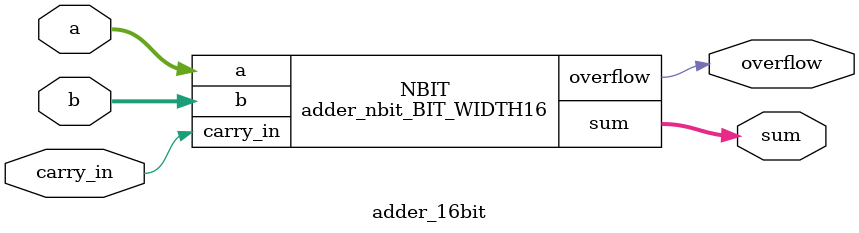
<source format=v>


module adder_1bit_15 ( a, b, carry_in, sum, carry_out );
  input a, b, carry_in;
  output sum, carry_out;
  wire   n2, n3;

  INVX2 U1 ( .A(n3), .Y(carry_out) );
  XOR2X1 U2 ( .A(carry_in), .B(n2), .Y(sum) );
  AOI22X1 U3 ( .A(b), .B(a), .C(n2), .D(carry_in), .Y(n3) );
  XOR2X1 U4 ( .A(a), .B(b), .Y(n2) );
endmodule


module adder_1bit_14 ( a, b, carry_in, sum, carry_out );
  input a, b, carry_in;
  output sum, carry_out;
  wire   n2, n3;

  INVX2 U1 ( .A(n3), .Y(carry_out) );
  XOR2X1 U2 ( .A(carry_in), .B(n2), .Y(sum) );
  AOI22X1 U3 ( .A(b), .B(a), .C(n2), .D(carry_in), .Y(n3) );
  XOR2X1 U4 ( .A(a), .B(b), .Y(n2) );
endmodule


module adder_1bit_0 ( a, b, carry_in, sum, carry_out );
  input a, b, carry_in;
  output sum, carry_out;
  wire   n4, n5;

  INVX2 U1 ( .A(n4), .Y(carry_out) );
  XOR2X1 U2 ( .A(carry_in), .B(n5), .Y(sum) );
  AOI22X1 U3 ( .A(b), .B(a), .C(n5), .D(carry_in), .Y(n4) );
  XOR2X1 U4 ( .A(a), .B(b), .Y(n5) );
endmodule


module adder_1bit_1 ( a, b, carry_in, sum, carry_out );
  input a, b, carry_in;
  output sum, carry_out;
  wire   n4, n5;

  INVX2 U1 ( .A(n4), .Y(carry_out) );
  XOR2X1 U2 ( .A(carry_in), .B(n5), .Y(sum) );
  AOI22X1 U3 ( .A(b), .B(a), .C(n5), .D(carry_in), .Y(n4) );
  XOR2X1 U4 ( .A(a), .B(b), .Y(n5) );
endmodule


module adder_1bit_2 ( a, b, carry_in, sum, carry_out );
  input a, b, carry_in;
  output sum, carry_out;
  wire   n4, n5;

  INVX2 U1 ( .A(n4), .Y(carry_out) );
  XOR2X1 U2 ( .A(carry_in), .B(n5), .Y(sum) );
  AOI22X1 U3 ( .A(b), .B(a), .C(n5), .D(carry_in), .Y(n4) );
  XOR2X1 U4 ( .A(a), .B(b), .Y(n5) );
endmodule


module adder_1bit_3 ( a, b, carry_in, sum, carry_out );
  input a, b, carry_in;
  output sum, carry_out;
  wire   n4, n5;

  INVX2 U1 ( .A(n4), .Y(carry_out) );
  XOR2X1 U2 ( .A(carry_in), .B(n5), .Y(sum) );
  AOI22X1 U3 ( .A(b), .B(a), .C(n5), .D(carry_in), .Y(n4) );
  XOR2X1 U4 ( .A(a), .B(b), .Y(n5) );
endmodule


module adder_1bit_4 ( a, b, carry_in, sum, carry_out );
  input a, b, carry_in;
  output sum, carry_out;
  wire   n4, n5;

  INVX2 U1 ( .A(n4), .Y(carry_out) );
  XOR2X1 U2 ( .A(carry_in), .B(n5), .Y(sum) );
  AOI22X1 U3 ( .A(b), .B(a), .C(n5), .D(carry_in), .Y(n4) );
  XOR2X1 U4 ( .A(a), .B(b), .Y(n5) );
endmodule


module adder_1bit_5 ( a, b, carry_in, sum, carry_out );
  input a, b, carry_in;
  output sum, carry_out;
  wire   n4, n5;

  INVX2 U1 ( .A(n4), .Y(carry_out) );
  XOR2X1 U2 ( .A(carry_in), .B(n5), .Y(sum) );
  AOI22X1 U3 ( .A(b), .B(a), .C(n5), .D(carry_in), .Y(n4) );
  XOR2X1 U4 ( .A(a), .B(b), .Y(n5) );
endmodule


module adder_1bit_6 ( a, b, carry_in, sum, carry_out );
  input a, b, carry_in;
  output sum, carry_out;
  wire   n4, n5;

  INVX2 U1 ( .A(n4), .Y(carry_out) );
  XOR2X1 U2 ( .A(carry_in), .B(n5), .Y(sum) );
  AOI22X1 U3 ( .A(b), .B(a), .C(n5), .D(carry_in), .Y(n4) );
  XOR2X1 U4 ( .A(a), .B(b), .Y(n5) );
endmodule


module adder_1bit_7 ( a, b, carry_in, sum, carry_out );
  input a, b, carry_in;
  output sum, carry_out;
  wire   n4, n5;

  INVX2 U1 ( .A(n4), .Y(carry_out) );
  XOR2X1 U2 ( .A(carry_in), .B(n5), .Y(sum) );
  AOI22X1 U3 ( .A(b), .B(a), .C(n5), .D(carry_in), .Y(n4) );
  XOR2X1 U4 ( .A(a), .B(b), .Y(n5) );
endmodule


module adder_1bit_8 ( a, b, carry_in, sum, carry_out );
  input a, b, carry_in;
  output sum, carry_out;
  wire   n4, n5;

  INVX2 U1 ( .A(n4), .Y(carry_out) );
  XOR2X1 U2 ( .A(carry_in), .B(n5), .Y(sum) );
  AOI22X1 U3 ( .A(b), .B(a), .C(n5), .D(carry_in), .Y(n4) );
  XOR2X1 U4 ( .A(a), .B(b), .Y(n5) );
endmodule


module adder_1bit_9 ( a, b, carry_in, sum, carry_out );
  input a, b, carry_in;
  output sum, carry_out;
  wire   n4, n5;

  INVX2 U1 ( .A(n4), .Y(carry_out) );
  XOR2X1 U2 ( .A(carry_in), .B(n5), .Y(sum) );
  AOI22X1 U3 ( .A(b), .B(a), .C(n5), .D(carry_in), .Y(n4) );
  XOR2X1 U4 ( .A(a), .B(b), .Y(n5) );
endmodule


module adder_1bit_10 ( a, b, carry_in, sum, carry_out );
  input a, b, carry_in;
  output sum, carry_out;
  wire   n4, n5;

  INVX2 U1 ( .A(n4), .Y(carry_out) );
  XOR2X1 U2 ( .A(carry_in), .B(n5), .Y(sum) );
  AOI22X1 U3 ( .A(b), .B(a), .C(n5), .D(carry_in), .Y(n4) );
  XOR2X1 U4 ( .A(a), .B(b), .Y(n5) );
endmodule


module adder_1bit_11 ( a, b, carry_in, sum, carry_out );
  input a, b, carry_in;
  output sum, carry_out;
  wire   n4, n5;

  INVX2 U1 ( .A(n4), .Y(carry_out) );
  XOR2X1 U2 ( .A(carry_in), .B(n5), .Y(sum) );
  AOI22X1 U3 ( .A(b), .B(a), .C(n5), .D(carry_in), .Y(n4) );
  XOR2X1 U4 ( .A(a), .B(b), .Y(n5) );
endmodule


module adder_1bit_12 ( a, b, carry_in, sum, carry_out );
  input a, b, carry_in;
  output sum, carry_out;
  wire   n4, n5;

  INVX2 U1 ( .A(n4), .Y(carry_out) );
  XOR2X1 U2 ( .A(carry_in), .B(n5), .Y(sum) );
  AOI22X1 U3 ( .A(b), .B(a), .C(n5), .D(carry_in), .Y(n4) );
  XOR2X1 U4 ( .A(a), .B(b), .Y(n5) );
endmodule


module adder_1bit_13 ( a, b, carry_in, sum, carry_out );
  input a, b, carry_in;
  output sum, carry_out;
  wire   n4, n5;

  INVX2 U1 ( .A(n4), .Y(carry_out) );
  XOR2X1 U2 ( .A(carry_in), .B(n5), .Y(sum) );
  AOI22X1 U3 ( .A(b), .B(a), .C(n5), .D(carry_in), .Y(n4) );
  XOR2X1 U4 ( .A(a), .B(b), .Y(n5) );
endmodule


module adder_nbit_BIT_WIDTH16 ( a, b, carry_in, sum, overflow );
  input [15:0] a;
  input [15:0] b;
  output [15:0] sum;
  input carry_in;
  output overflow;

  wire   [15:1] carrys;

  adder_1bit_15 \genblk1[0].IX  ( .a(a[0]), .b(b[0]), .carry_in(carry_in), 
        .sum(sum[0]), .carry_out(carrys[1]) );
  adder_1bit_14 \genblk1[1].IX  ( .a(a[1]), .b(b[1]), .carry_in(carrys[1]), 
        .sum(sum[1]), .carry_out(carrys[2]) );
  adder_1bit_13 \genblk1[2].IX  ( .a(a[2]), .b(b[2]), .carry_in(carrys[2]), 
        .sum(sum[2]), .carry_out(carrys[3]) );
  adder_1bit_12 \genblk1[3].IX  ( .a(a[3]), .b(b[3]), .carry_in(carrys[3]), 
        .sum(sum[3]), .carry_out(carrys[4]) );
  adder_1bit_11 \genblk1[4].IX  ( .a(a[4]), .b(b[4]), .carry_in(carrys[4]), 
        .sum(sum[4]), .carry_out(carrys[5]) );
  adder_1bit_10 \genblk1[5].IX  ( .a(a[5]), .b(b[5]), .carry_in(carrys[5]), 
        .sum(sum[5]), .carry_out(carrys[6]) );
  adder_1bit_9 \genblk1[6].IX  ( .a(a[6]), .b(b[6]), .carry_in(carrys[6]), 
        .sum(sum[6]), .carry_out(carrys[7]) );
  adder_1bit_8 \genblk1[7].IX  ( .a(a[7]), .b(b[7]), .carry_in(carrys[7]), 
        .sum(sum[7]), .carry_out(carrys[8]) );
  adder_1bit_7 \genblk1[8].IX  ( .a(a[8]), .b(b[8]), .carry_in(carrys[8]), 
        .sum(sum[8]), .carry_out(carrys[9]) );
  adder_1bit_6 \genblk1[9].IX  ( .a(a[9]), .b(b[9]), .carry_in(carrys[9]), 
        .sum(sum[9]), .carry_out(carrys[10]) );
  adder_1bit_5 \genblk1[10].IX  ( .a(a[10]), .b(b[10]), .carry_in(carrys[10]), 
        .sum(sum[10]), .carry_out(carrys[11]) );
  adder_1bit_4 \genblk1[11].IX  ( .a(a[11]), .b(b[11]), .carry_in(carrys[11]), 
        .sum(sum[11]), .carry_out(carrys[12]) );
  adder_1bit_3 \genblk1[12].IX  ( .a(a[12]), .b(b[12]), .carry_in(carrys[12]), 
        .sum(sum[12]), .carry_out(carrys[13]) );
  adder_1bit_2 \genblk1[13].IX  ( .a(a[13]), .b(b[13]), .carry_in(carrys[13]), 
        .sum(sum[13]), .carry_out(carrys[14]) );
  adder_1bit_1 \genblk1[14].IX  ( .a(a[14]), .b(b[14]), .carry_in(carrys[14]), 
        .sum(sum[14]), .carry_out(carrys[15]) );
  adder_1bit_0 \genblk1[15].IX  ( .a(a[15]), .b(b[15]), .carry_in(carrys[15]), 
        .sum(sum[15]), .carry_out(overflow) );
endmodule


module adder_16bit ( a, b, carry_in, sum, overflow );
  input [15:0] a;
  input [15:0] b;
  output [15:0] sum;
  input carry_in;
  output overflow;


  adder_nbit_BIT_WIDTH16 NBIT ( .a(a), .b(b), .carry_in(carry_in), .sum(sum), 
        .overflow(overflow) );
endmodule


</source>
